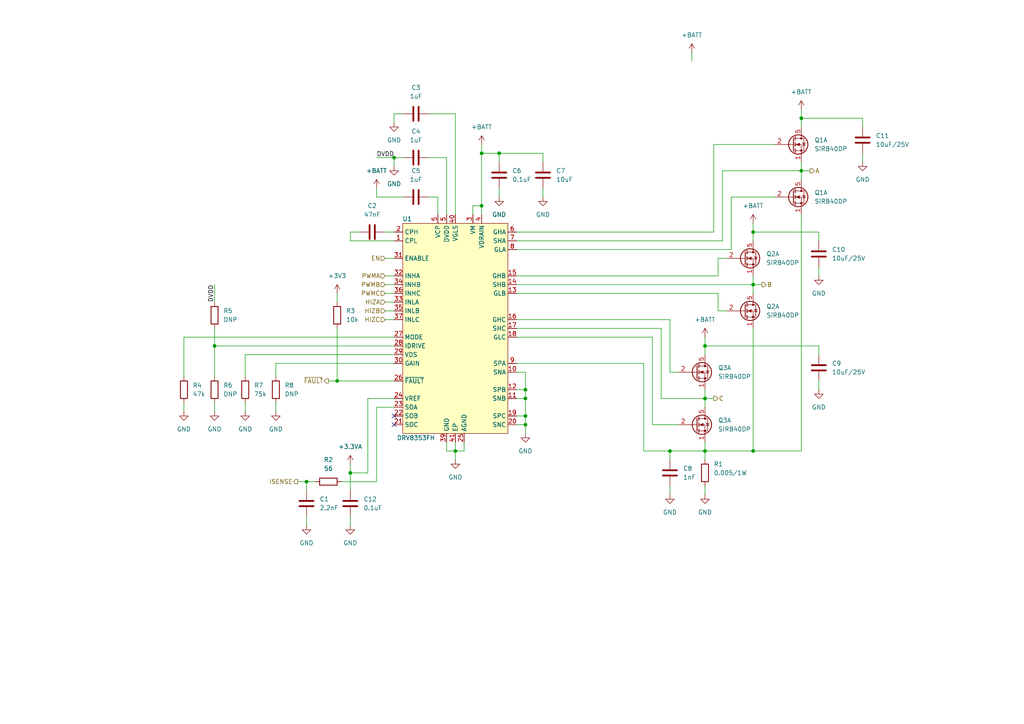
<source format=kicad_sch>
(kicad_sch (version 20210621) (generator eeschema)
  (paper "A4")
  (lib_symbols
    (symbol "Device:C" (pin_numbers hide) (pin_names (offset 0.254))
      (property "Reference" "C" (at 0.635 2.54 0))
      (property "Value" "C" (at 0.635 -2.54 0))
      (symbol "C_0_1"
        (polyline (pts (xy -2.032 -0.762) (xy 2.032 -0.762)) (stroke (width 0.508)))
        (polyline (pts (xy -2.032 0.762) (xy 2.032 0.762)) (stroke (width 0.508)))
      )
      (symbol "C_1_1"
        (pin passive line (at 0 3.81 270) (length 2.794) (name "~") (number "1"))
        (pin passive line (at 0 -3.81 90) (length 2.794) (name "~") (number "2"))
      )
    )
    (symbol "Device:R" (pin_numbers hide) (pin_names (offset 0))
      (property "Reference" "R" (at 2.032 0 90))
      (property "Value" "R" (at 0 0 90))
      (symbol "R_0_1"
        (rectangle (start -1.016 -2.54) (end 1.016 2.54) (stroke (width 0.254)))
      )
      (symbol "R_1_1"
        (pin passive line (at 0 3.81 270) (length 1.27) (name "~") (number "1"))
        (pin passive line (at 0 -3.81 90) (length 1.27) (name "~") (number "2"))
      )
    )
    (symbol "multiesc_symbols:DRV8353FH"
      (property "Reference" "U" (at -13.97 31.75 0))
      (property "Value" "DRV8353FH" (at -11.43 -31.75 0))
      (symbol "DRV8353FH_0_1"
        (rectangle (start -15.24 30.48) (end 15.24 -30.48) (stroke (width 0.1524)) (fill (type background)))
      )
      (symbol "DRV8353FH_1_1"
        (pin passive line (at -17.78 25.4 0) (length 2.54) (name "CPL") (number "1"))
        (pin input line (at 17.78 -12.7 180) (length 2.54) (name "SNA") (number "10"))
        (pin input line (at 17.78 -20.32 180) (length 2.54) (name "SNB") (number "11"))
        (pin input line (at 17.78 -17.78 180) (length 2.54) (name "SPB") (number "12"))
        (pin output line (at 17.78 10.16 180) (length 2.54) (name "GLB") (number "13"))
        (pin input line (at 17.78 12.7 180) (length 2.54) (name "SHB") (number "14"))
        (pin output line (at 17.78 15.24 180) (length 2.54) (name "GHB") (number "15"))
        (pin output line (at 17.78 2.54 180) (length 2.54) (name "GHC") (number "16"))
        (pin input line (at 17.78 0 180) (length 2.54) (name "SHC") (number "17"))
        (pin output line (at 17.78 -2.54 180) (length 2.54) (name "GLC") (number "18"))
        (pin input line (at 17.78 -25.4 180) (length 2.54) (name "SPC") (number "19"))
        (pin passive line (at -17.78 27.94 0) (length 2.54) (name "CPH") (number "2"))
        (pin input line (at 17.78 -27.94 180) (length 2.54) (name "SNC") (number "20"))
        (pin output line (at -17.78 -27.94 0) (length 2.54) (name "SOC") (number "21"))
        (pin output line (at -17.78 -25.4 0) (length 2.54) (name "SOB") (number "22"))
        (pin output line (at -17.78 -22.86 0) (length 2.54) (name "SOA") (number "23"))
        (pin power_in line (at -17.78 -20.32 0) (length 2.54) (name "VREF") (number "24"))
        (pin power_in line (at 2.54 -33.02 90) (length 2.54) (name "AGND") (number "25"))
        (pin open_collector line (at -17.78 -15.24 0) (length 2.54) (name "~{FAULT}") (number "26"))
        (pin input line (at -17.78 -2.54 0) (length 2.54) (name "MODE") (number "27"))
        (pin input line (at -17.78 -5.08 0) (length 2.54) (name "IDRIVE") (number "28"))
        (pin input line (at -17.78 -7.62 0) (length 2.54) (name "VDS") (number "29"))
        (pin power_in line (at 5.08 33.02 270) (length 2.54) (name "VM") (number "3"))
        (pin input line (at -17.78 -10.16 0) (length 2.54) (name "GAIN") (number "30"))
        (pin input line (at -17.78 20.32 0) (length 2.54) (name "ENABLE") (number "31"))
        (pin input line (at -17.78 15.24 0) (length 2.54) (name "INHA") (number "32"))
        (pin input line (at -17.78 7.62 0) (length 2.54) (name "INLA") (number "33"))
        (pin input line (at -17.78 12.7 0) (length 2.54) (name "INHB") (number "34"))
        (pin input line (at -17.78 5.08 0) (length 2.54) (name "INLB") (number "35"))
        (pin input line (at -17.78 10.16 0) (length 2.54) (name "INHC") (number "36"))
        (pin input line (at -17.78 2.54 0) (length 2.54) (name "INLC") (number "37"))
        (pin power_in line (at -2.54 -33.02 90) (length 2.54) (name "GND") (number "39"))
        (pin input line (at 7.62 33.02 270) (length 2.54) (name "VDRAIN") (number "4"))
        (pin power_out line (at 0 33.02 270) (length 2.54) (name "VGLS") (number "40"))
        (pin power_in line (at 0 -33.02 90) (length 2.54) (name "EP") (number "41"))
        (pin power_out line (at -2.54 33.02 270) (length 2.54) (name "DVDD") (number "5"))
        (pin power_out line (at -5.08 33.02 270) (length 2.54) (name "VCP") (number "5"))
        (pin output line (at 17.78 27.94 180) (length 2.54) (name "GHA") (number "6"))
        (pin input line (at 17.78 25.4 180) (length 2.54) (name "SHA") (number "7"))
        (pin output line (at 17.78 22.86 180) (length 2.54) (name "GLA") (number "8"))
        (pin input line (at 17.78 -10.16 180) (length 2.54) (name "SPA") (number "9"))
      )
    )
    (symbol "multiesc_symbols:Q_Dual_NMOS_S1G1S2G2D2D1" (pin_names (offset 0) hide)
      (property "Reference" "Q" (at 6.35 1.27 0))
      (property "Value" "Q_Dual_NMOS_S1G1S2G2D2D1" (at 19.05 -1.27 0))
      (symbol "Q_Dual_NMOS_S1G1S2G2D2D1_0_1"
        (circle (center 1.651 0) (radius 2.794) (stroke (width 0.254)))
        (circle (center 2.54 -1.778) (radius 0.254) (fill (type outline)))
        (circle (center 2.54 1.778) (radius 0.254) (fill (type outline)))
        (polyline (pts (xy 0.254 0) (xy -2.54 0)))
        (polyline (pts (xy 0.254 1.905) (xy 0.254 -1.905)) (stroke (width 0.254)))
        (polyline (pts (xy 0.762 -1.27) (xy 0.762 -2.286)) (stroke (width 0.254)))
        (polyline (pts (xy 0.762 0.508) (xy 0.762 -0.508)) (stroke (width 0.254)))
        (polyline (pts (xy 0.762 2.286) (xy 0.762 1.27)) (stroke (width 0.254)))
        (polyline (pts (xy 2.54 2.54) (xy 2.54 1.778)))
        (polyline (pts (xy 2.54 -2.54) (xy 2.54 0) (xy 0.762 0)))
        (polyline (pts (xy 0.762 -1.778) (xy 3.302 -1.778) (xy 3.302 1.778) (xy 0.762 1.778)))
        (polyline (pts (xy 2.794 0.508) (xy 2.921 0.381) (xy 3.683 0.381) (xy 3.81 0.254)))
        (polyline (pts (xy 3.302 0.381) (xy 2.921 -0.254) (xy 3.683 -0.254) (xy 3.302 0.381)))
        (polyline (pts (xy 1.016 0) (xy 2.032 0.381) (xy 2.032 -0.381) (xy 1.016 0)) (fill (type outline)))
      )
      (symbol "Q_Dual_NMOS_S1G1S2G2D2D1_1_1"
        (pin passive line (at 2.54 -5.08 90) (length 2.54) (name "S") (number "1"))
        (pin input line (at -5.08 0 0) (length 2.54) (name "G") (number "2"))
        (pin passive line (at 2.54 5.08 270) (length 2.54) (name "D") (number "5"))
      )
      (symbol "Q_Dual_NMOS_S1G1S2G2D2D1_2_1"
        (pin passive line (at 2.54 -5.08 90) (length 2.54) (name "S") (number "3"))
        (pin input line (at -5.08 0 0) (length 2.54) (name "G") (number "4"))
        (pin passive line (at 2.54 5.08 270) (length 2.54) (name "D") (number "6"))
      )
    )
    (symbol "power:+3.3V" (power) (pin_names (offset 0))
      (property "Value" "+3.3V" (at 0 3.556 0))
      (symbol "+3.3V_0_1"
        (polyline (pts (xy -0.762 1.27) (xy 0 2.54)))
        (polyline (pts (xy 0 0) (xy 0 2.54)))
        (polyline (pts (xy 0 2.54) (xy 0.762 1.27)))
      )
      (symbol "+3.3V_1_1"
        (pin power_in line (at 0 0 90) (length 0) hide (name "+3V3") (number "1"))
      )
    )
    (symbol "power:+3.3VA" (power) (pin_names (offset 0))
      (property "Value" "+3.3VA" (at 0 3.556 0))
      (symbol "+3.3VA_0_1"
        (polyline (pts (xy -0.762 1.27) (xy 0 2.54)))
        (polyline (pts (xy 0 0) (xy 0 2.54)))
        (polyline (pts (xy 0 2.54) (xy 0.762 1.27)))
      )
      (symbol "+3.3VA_1_1"
        (pin power_in line (at 0 0 90) (length 0) hide (name "+3.3VA") (number "1"))
      )
    )
    (symbol "power:+BATT" (power) (pin_names (offset 0))
      (property "Value" "+BATT" (at 0 3.556 0))
      (symbol "+BATT_0_1"
        (polyline (pts (xy -0.762 1.27) (xy 0 2.54)))
        (polyline (pts (xy 0 0) (xy 0 2.54)))
        (polyline (pts (xy 0 2.54) (xy 0.762 1.27)))
      )
      (symbol "+BATT_1_1"
        (pin power_in line (at 0 0 90) (length 0) hide (name "+BATT") (number "1"))
      )
    )
    (symbol "power:GND" (power) (pin_names (offset 0))
      (property "Value" "GND" (at 0 -3.81 0))
      (symbol "GND_0_1"
        (polyline (pts (xy 0 0) (xy 0 -1.27) (xy 1.27 -1.27) (xy 0 -2.54) (xy -1.27 -1.27) (xy 0 -1.27)))
      )
      (symbol "GND_1_1"
        (pin power_in line (at 0 0 270) (length 0) hide (name "GND") (number "1"))
      )
    )
  )
  (junction (at 62.23 100.33) (diameter 0.9144))
  (junction (at 88.9 139.7) (diameter 0.9144))
  (junction (at 97.79 110.49) (diameter 0.9144))
  (junction (at 101.6 137.16) (diameter 0.9144))
  (junction (at 114.3 45.72) (diameter 0.9144))
  (junction (at 132.08 130.81) (diameter 0.9144))
  (junction (at 139.7 44.45) (diameter 0.9144))
  (junction (at 139.7 59.69) (diameter 0.9144))
  (junction (at 144.78 44.45) (diameter 0.9144))
  (junction (at 152.4 113.03) (diameter 0.9144))
  (junction (at 152.4 115.57) (diameter 0.9144))
  (junction (at 152.4 120.65) (diameter 0.9144))
  (junction (at 152.4 123.19) (diameter 0.9144))
  (junction (at 194.31 130.81) (diameter 0.9144))
  (junction (at 204.47 100.33) (diameter 0.9144))
  (junction (at 204.47 115.57) (diameter 0.9144))
  (junction (at 204.47 130.81) (diameter 0.9144))
  (junction (at 218.44 67.31) (diameter 0.9144))
  (junction (at 218.44 82.55) (diameter 0.9144))
  (junction (at 218.44 130.81) (diameter 0.9144))
  (junction (at 232.41 34.29) (diameter 0.9144))
  (junction (at 232.41 49.53) (diameter 0.9144))
  (no_connect (at 114.3 120.65))
  (no_connect (at 114.3 123.19))
  (wire (pts (xy 53.34 97.79) (xy 53.34 109.22)))
  (wire (pts (xy 53.34 116.84) (xy 53.34 119.38)))
  (wire (pts (xy 62.23 82.55) (xy 62.23 87.63)))
  (wire (pts (xy 62.23 95.25) (xy 62.23 100.33)))
  (wire (pts (xy 62.23 100.33) (xy 62.23 109.22)))
  (wire (pts (xy 62.23 116.84) (xy 62.23 119.38)))
  (wire (pts (xy 71.12 102.87) (xy 71.12 109.22)))
  (wire (pts (xy 71.12 116.84) (xy 71.12 119.38)))
  (wire (pts (xy 80.01 105.41) (xy 114.3 105.41)))
  (wire (pts (xy 80.01 109.22) (xy 80.01 105.41)))
  (wire (pts (xy 80.01 116.84) (xy 80.01 119.38)))
  (wire (pts (xy 86.36 139.7) (xy 88.9 139.7)))
  (wire (pts (xy 88.9 139.7) (xy 88.9 142.24)))
  (wire (pts (xy 88.9 149.86) (xy 88.9 152.4)))
  (wire (pts (xy 91.44 139.7) (xy 88.9 139.7)))
  (wire (pts (xy 95.25 110.49) (xy 97.79 110.49)))
  (wire (pts (xy 97.79 85.09) (xy 97.79 87.63)))
  (wire (pts (xy 97.79 110.49) (xy 97.79 95.25)))
  (wire (pts (xy 97.79 110.49) (xy 114.3 110.49)))
  (wire (pts (xy 101.6 67.31) (xy 104.14 67.31)))
  (wire (pts (xy 101.6 69.85) (xy 101.6 67.31)))
  (wire (pts (xy 101.6 134.62) (xy 101.6 137.16)))
  (wire (pts (xy 101.6 137.16) (xy 101.6 142.24)))
  (wire (pts (xy 101.6 149.86) (xy 101.6 152.4)))
  (wire (pts (xy 106.68 115.57) (xy 106.68 137.16)))
  (wire (pts (xy 106.68 137.16) (xy 101.6 137.16)))
  (wire (pts (xy 109.22 45.72) (xy 114.3 45.72)))
  (wire (pts (xy 109.22 57.15) (xy 109.22 54.61)))
  (wire (pts (xy 109.22 57.15) (xy 116.84 57.15)))
  (wire (pts (xy 109.22 118.11) (xy 109.22 139.7)))
  (wire (pts (xy 109.22 139.7) (xy 99.06 139.7)))
  (wire (pts (xy 111.76 67.31) (xy 114.3 67.31)))
  (wire (pts (xy 111.76 74.93) (xy 114.3 74.93)))
  (wire (pts (xy 111.76 80.01) (xy 114.3 80.01)))
  (wire (pts (xy 111.76 82.55) (xy 114.3 82.55)))
  (wire (pts (xy 111.76 85.09) (xy 114.3 85.09)))
  (wire (pts (xy 111.76 87.63) (xy 114.3 87.63)))
  (wire (pts (xy 111.76 90.17) (xy 114.3 90.17)))
  (wire (pts (xy 111.76 92.71) (xy 114.3 92.71)))
  (wire (pts (xy 114.3 33.02) (xy 114.3 35.56)))
  (wire (pts (xy 114.3 45.72) (xy 114.3 48.26)))
  (wire (pts (xy 114.3 69.85) (xy 101.6 69.85)))
  (wire (pts (xy 114.3 97.79) (xy 53.34 97.79)))
  (wire (pts (xy 114.3 100.33) (xy 62.23 100.33)))
  (wire (pts (xy 114.3 102.87) (xy 71.12 102.87)))
  (wire (pts (xy 114.3 115.57) (xy 106.68 115.57)))
  (wire (pts (xy 114.3 118.11) (xy 109.22 118.11)))
  (wire (pts (xy 116.84 33.02) (xy 114.3 33.02)))
  (wire (pts (xy 116.84 45.72) (xy 114.3 45.72)))
  (wire (pts (xy 124.46 33.02) (xy 132.08 33.02)))
  (wire (pts (xy 124.46 45.72) (xy 129.54 45.72)))
  (wire (pts (xy 124.46 57.15) (xy 127 57.15)))
  (wire (pts (xy 127 57.15) (xy 127 62.23)))
  (wire (pts (xy 129.54 45.72) (xy 129.54 62.23)))
  (wire (pts (xy 129.54 128.27) (xy 129.54 130.81)))
  (wire (pts (xy 129.54 130.81) (xy 132.08 130.81)))
  (wire (pts (xy 132.08 33.02) (xy 132.08 62.23)))
  (wire (pts (xy 132.08 128.27) (xy 132.08 130.81)))
  (wire (pts (xy 132.08 130.81) (xy 132.08 133.35)))
  (wire (pts (xy 132.08 130.81) (xy 134.62 130.81)))
  (wire (pts (xy 134.62 130.81) (xy 134.62 128.27)))
  (wire (pts (xy 137.16 59.69) (xy 139.7 59.69)))
  (wire (pts (xy 137.16 62.23) (xy 137.16 59.69)))
  (wire (pts (xy 139.7 44.45) (xy 139.7 41.91)))
  (wire (pts (xy 139.7 44.45) (xy 139.7 59.69)))
  (wire (pts (xy 139.7 59.69) (xy 139.7 62.23)))
  (wire (pts (xy 144.78 44.45) (xy 139.7 44.45)))
  (wire (pts (xy 144.78 44.45) (xy 144.78 46.99)))
  (wire (pts (xy 144.78 54.61) (xy 144.78 57.15)))
  (wire (pts (xy 149.86 82.55) (xy 218.44 82.55)))
  (wire (pts (xy 149.86 105.41) (xy 186.69 105.41)))
  (wire (pts (xy 149.86 113.03) (xy 152.4 113.03)))
  (wire (pts (xy 149.86 115.57) (xy 152.4 115.57)))
  (wire (pts (xy 149.86 120.65) (xy 152.4 120.65)))
  (wire (pts (xy 149.86 123.19) (xy 152.4 123.19)))
  (wire (pts (xy 152.4 107.95) (xy 149.86 107.95)))
  (wire (pts (xy 152.4 113.03) (xy 152.4 107.95)))
  (wire (pts (xy 152.4 115.57) (xy 152.4 113.03)))
  (wire (pts (xy 152.4 120.65) (xy 152.4 115.57)))
  (wire (pts (xy 152.4 123.19) (xy 152.4 120.65)))
  (wire (pts (xy 152.4 123.19) (xy 152.4 125.73)))
  (wire (pts (xy 157.48 44.45) (xy 144.78 44.45)))
  (wire (pts (xy 157.48 46.99) (xy 157.48 44.45)))
  (wire (pts (xy 157.48 54.61) (xy 157.48 57.15)))
  (wire (pts (xy 186.69 105.41) (xy 186.69 130.81)))
  (wire (pts (xy 186.69 130.81) (xy 194.31 130.81)))
  (wire (pts (xy 189.23 97.79) (xy 149.86 97.79)))
  (wire (pts (xy 189.23 123.19) (xy 189.23 97.79)))
  (wire (pts (xy 191.77 95.25) (xy 149.86 95.25)))
  (wire (pts (xy 191.77 115.57) (xy 191.77 95.25)))
  (wire (pts (xy 194.31 92.71) (xy 149.86 92.71)))
  (wire (pts (xy 194.31 107.95) (xy 194.31 92.71)))
  (wire (pts (xy 194.31 130.81) (xy 194.31 133.35)))
  (wire (pts (xy 194.31 130.81) (xy 204.47 130.81)))
  (wire (pts (xy 194.31 140.97) (xy 194.31 143.51)))
  (wire (pts (xy 196.85 107.95) (xy 194.31 107.95)))
  (wire (pts (xy 196.85 123.19) (xy 189.23 123.19)))
  (wire (pts (xy 200.66 15.24) (xy 200.66 17.78)))
  (wire (pts (xy 204.47 97.79) (xy 204.47 100.33)))
  (wire (pts (xy 204.47 100.33) (xy 204.47 102.87)))
  (wire (pts (xy 204.47 113.03) (xy 204.47 115.57)))
  (wire (pts (xy 204.47 115.57) (xy 191.77 115.57)))
  (wire (pts (xy 204.47 115.57) (xy 204.47 118.11)))
  (wire (pts (xy 204.47 115.57) (xy 207.01 115.57)))
  (wire (pts (xy 204.47 128.27) (xy 204.47 130.81)))
  (wire (pts (xy 204.47 130.81) (xy 204.47 133.35)))
  (wire (pts (xy 204.47 140.97) (xy 204.47 143.51)))
  (wire (pts (xy 207.01 41.91) (xy 207.01 67.31)))
  (wire (pts (xy 207.01 67.31) (xy 149.86 67.31)))
  (wire (pts (xy 208.28 74.93) (xy 208.28 80.01)))
  (wire (pts (xy 208.28 80.01) (xy 149.86 80.01)))
  (wire (pts (xy 208.28 85.09) (xy 149.86 85.09)))
  (wire (pts (xy 208.28 90.17) (xy 208.28 85.09)))
  (wire (pts (xy 209.55 49.53) (xy 209.55 69.85)))
  (wire (pts (xy 209.55 69.85) (xy 149.86 69.85)))
  (wire (pts (xy 210.82 74.93) (xy 208.28 74.93)))
  (wire (pts (xy 210.82 90.17) (xy 208.28 90.17)))
  (wire (pts (xy 212.09 57.15) (xy 212.09 72.39)))
  (wire (pts (xy 212.09 72.39) (xy 149.86 72.39)))
  (wire (pts (xy 218.44 64.77) (xy 218.44 67.31)))
  (wire (pts (xy 218.44 67.31) (xy 218.44 69.85)))
  (wire (pts (xy 218.44 80.01) (xy 218.44 82.55)))
  (wire (pts (xy 218.44 82.55) (xy 218.44 85.09)))
  (wire (pts (xy 218.44 82.55) (xy 220.98 82.55)))
  (wire (pts (xy 218.44 95.25) (xy 218.44 130.81)))
  (wire (pts (xy 218.44 130.81) (xy 204.47 130.81)))
  (wire (pts (xy 224.79 41.91) (xy 207.01 41.91)))
  (wire (pts (xy 224.79 57.15) (xy 212.09 57.15)))
  (wire (pts (xy 232.41 31.75) (xy 232.41 34.29)))
  (wire (pts (xy 232.41 34.29) (xy 232.41 36.83)))
  (wire (pts (xy 232.41 46.99) (xy 232.41 49.53)))
  (wire (pts (xy 232.41 49.53) (xy 209.55 49.53)))
  (wire (pts (xy 232.41 49.53) (xy 232.41 52.07)))
  (wire (pts (xy 232.41 49.53) (xy 234.95 49.53)))
  (wire (pts (xy 232.41 62.23) (xy 232.41 130.81)))
  (wire (pts (xy 232.41 130.81) (xy 218.44 130.81)))
  (wire (pts (xy 237.49 67.31) (xy 218.44 67.31)))
  (wire (pts (xy 237.49 69.85) (xy 237.49 67.31)))
  (wire (pts (xy 237.49 77.47) (xy 237.49 80.01)))
  (wire (pts (xy 237.49 100.33) (xy 204.47 100.33)))
  (wire (pts (xy 237.49 102.87) (xy 237.49 100.33)))
  (wire (pts (xy 237.49 110.49) (xy 237.49 113.03)))
  (wire (pts (xy 250.19 34.29) (xy 232.41 34.29)))
  (wire (pts (xy 250.19 36.83) (xy 250.19 34.29)))
  (wire (pts (xy 250.19 44.45) (xy 250.19 46.99)))
  (label "DVDD" (at 62.23 82.55 270))
  (label "DVDD" (at 109.22 45.72 0))
  (hierarchical_label "ISENSE" (shape output) (at 86.36 139.7 180))
  (hierarchical_label "~{FAULT}" (shape output) (at 95.25 110.49 180))
  (hierarchical_label "EN" (shape input) (at 111.76 74.93 180))
  (hierarchical_label "PWMA" (shape input) (at 111.76 80.01 180))
  (hierarchical_label "PWMB" (shape input) (at 111.76 82.55 180))
  (hierarchical_label "PWMC" (shape input) (at 111.76 85.09 180))
  (hierarchical_label "HIZA" (shape input) (at 111.76 87.63 180))
  (hierarchical_label "HIZB" (shape input) (at 111.76 90.17 180))
  (hierarchical_label "HIZC" (shape input) (at 111.76 92.71 180))
  (hierarchical_label "C" (shape output) (at 207.01 115.57 0))
  (hierarchical_label "B" (shape output) (at 220.98 82.55 0))
  (hierarchical_label "A" (shape output) (at 234.95 49.53 0))
  (symbol (lib_id "power:+3.3V") (at 97.79 85.09 0) (unit 1)
    (property "Reference" "#PWR0217" (effects hide))
    (property "Value" "+3.3V" (at 97.79 80.01 0))
  )
  (symbol (lib_id "power:+3.3VA") (at 101.6 134.62 0) (unit 1)
    (property "Reference" "#PWR0205" (effects hide))
    (property "Value" "+3.3VA" (at 101.6 129.54 0))
  )
  (symbol (lib_id "power:+BATT") (at 109.22 54.61 0)
    (property "Reference" "#PWR0102" (effects hide))
    (property "Value" "+BATT" (at 109.22 49.53 0))
  )
  (symbol (lib_id "power:+BATT") (at 139.7 41.91 0)
    (property "Reference" "#PWR0105" (effects hide))
    (property "Value" "+BATT" (at 139.7 36.83 0))
  )
  (symbol (lib_id "power:+BATT") (at 200.66 15.24 0)
    (property "Reference" "#PWR0114" (effects hide))
    (property "Value" "+BATT" (at 200.66 10.16 0))
  )
  (symbol (lib_id "power:+BATT") (at 204.47 97.79 0)
    (property "Reference" "#PWR0108" (effects hide))
    (property "Value" "+BATT" (at 204.47 92.71 0))
  )
  (symbol (lib_id "power:+BATT") (at 218.44 64.77 0)
    (property "Reference" "#PWR0110" (effects hide))
    (property "Value" "+BATT" (at 218.44 59.69 0))
  )
  (symbol (lib_id "power:+BATT") (at 232.41 31.75 0)
    (property "Reference" "#PWR0109" (effects hide))
    (property "Value" "+BATT" (at 232.41 26.67 0))
  )
  (symbol (lib_id "power:GND") (at 53.34 119.38 0)
    (property "Reference" "#PWR04" (effects hide))
    (property "Value" "GND" (at 53.34 124.46 0))
  )
  (symbol (lib_id "power:GND") (at 62.23 119.38 0)
    (property "Reference" "#PWR05" (effects hide))
    (property "Value" "GND" (at 62.23 124.46 0))
  )
  (symbol (lib_id "power:GND") (at 71.12 119.38 0)
    (property "Reference" "#PWR06" (effects hide))
    (property "Value" "GND" (at 71.12 124.46 0))
  )
  (symbol (lib_id "power:GND") (at 80.01 119.38 0)
    (property "Reference" "#PWR07" (effects hide))
    (property "Value" "GND" (at 80.01 124.46 0))
  )
  (symbol (lib_id "power:GND") (at 88.9 152.4 0)
    (property "Reference" "#PWR01" (effects hide))
    (property "Value" "GND" (at 88.9 157.48 0))
  )
  (symbol (lib_id "power:GND") (at 101.6 152.4 0)
    (property "Reference" "#PWR03" (effects hide))
    (property "Value" "GND" (at 101.6 157.48 0))
  )
  (symbol (lib_id "power:GND") (at 114.3 35.56 0)
    (property "Reference" "#PWR0101" (effects hide))
    (property "Value" "GND" (at 114.3 40.64 0))
  )
  (symbol (lib_id "power:GND") (at 114.3 48.26 0)
    (property "Reference" "#PWR0103" (effects hide))
    (property "Value" "GND" (at 114.3 53.34 0))
  )
  (symbol (lib_id "power:GND") (at 132.08 133.35 0)
    (property "Reference" "#PWR0116" (effects hide))
    (property "Value" "GND" (at 132.08 138.43 0))
  )
  (symbol (lib_id "power:GND") (at 144.78 57.15 0)
    (property "Reference" "#PWR0104" (effects hide))
    (property "Value" "GND" (at 144.78 62.23 0))
  )
  (symbol (lib_id "power:GND") (at 152.4 125.73 0)
    (property "Reference" "#PWR0117" (effects hide))
    (property "Value" "GND" (at 152.4 130.81 0))
  )
  (symbol (lib_id "power:GND") (at 157.48 57.15 0)
    (property "Reference" "#PWR0106" (effects hide))
    (property "Value" "GND" (at 157.48 62.23 0))
  )
  (symbol (lib_id "power:GND") (at 194.31 143.51 0)
    (property "Reference" "#PWR0111" (effects hide))
    (property "Value" "GND" (at 194.31 148.59 0))
  )
  (symbol (lib_id "power:GND") (at 204.47 143.51 0)
    (property "Reference" "#PWR0107" (effects hide))
    (property "Value" "GND" (at 204.47 148.59 0))
  )
  (symbol (lib_id "power:GND") (at 237.49 80.01 0)
    (property "Reference" "#PWR0113" (effects hide))
    (property "Value" "GND" (at 237.49 85.09 0))
  )
  (symbol (lib_id "power:GND") (at 237.49 113.03 0)
    (property "Reference" "#PWR0112" (effects hide))
    (property "Value" "GND" (at 237.49 118.11 0))
  )
  (symbol (lib_id "power:GND") (at 250.19 46.99 0)
    (property "Reference" "#PWR0115" (effects hide))
    (property "Value" "GND" (at 250.19 52.07 0))
  )
  (symbol (lib_id "Device:R") (at 53.34 113.03 180)
    (property "Reference" "R4" (at 55.88 111.7599 0) (effects (justify right)))
    (property "Value" "47k" (at 55.88 114.2999 0) (effects (justify right)))
    (property "Footprint" "Resistor_SMD:R_0402_1005Metric" (effects hide))
  )
  (symbol (lib_id "Device:R") (at 62.23 91.44 180)
    (property "Reference" "R5" (at 64.77 90.1699 0) (effects (justify right)))
    (property "Value" "DNP" (at 64.77 92.7099 0) (effects (justify right)))
    (property "Footprint" "Resistor_SMD:R_0402_1005Metric" (effects hide))
  )
  (symbol (lib_id "Device:R") (at 62.23 113.03 180)
    (property "Reference" "R6" (at 64.77 111.7599 0) (effects (justify right)))
    (property "Value" "DNP" (at 64.77 114.2999 0) (effects (justify right)))
    (property "Footprint" "Resistor_SMD:R_0402_1005Metric" (effects hide))
  )
  (symbol (lib_id "Device:R") (at 71.12 113.03 180)
    (property "Reference" "R7" (at 73.66 111.7599 0) (effects (justify right)))
    (property "Value" "75k" (at 73.66 114.2999 0) (effects (justify right)))
    (property "Footprint" "Resistor_SMD:R_0402_1005Metric" (effects hide))
  )
  (symbol (lib_id "Device:R") (at 80.01 113.03 180)
    (property "Reference" "R8" (at 82.55 111.7599 0) (effects (justify right)))
    (property "Value" "DNP" (at 82.55 114.2999 0) (effects (justify right)))
    (property "Footprint" "Resistor_SMD:R_0402_1005Metric" (effects hide))
  )
  (symbol (lib_id "Device:R") (at 95.25 139.7 90)
    (property "Reference" "R2" (at 95.25 133.35 90))
    (property "Value" "56" (at 95.25 135.89 90))
    (property "Footprint" "Resistor_SMD:R_0402_1005Metric" (effects hide))
  )
  (symbol (lib_id "Device:R") (at 97.79 91.44 180)
    (property "Reference" "R3" (at 100.33 90.1699 0) (effects (justify right)))
    (property "Value" "10k" (at 100.33 92.7099 0) (effects (justify right)))
    (property "Footprint" "Resistor_SMD:R_0402_1005Metric" (effects hide))
  )
  (symbol (lib_id "Device:R") (at 204.47 137.16 0)
    (property "Reference" "R1" (at 207.01 134.6199 0) (effects (justify left)))
    (property "Value" "0.005{slash}1W" (at 207.01 137.1599 0) (effects (justify left)))
    (property "Footprint" "Resistor_SMD:R_0612_1632Metric" (effects hide))
  )
  (symbol (lib_id "Device:C") (at 88.9 146.05 180)
    (property "Reference" "C1" (at 92.71 144.7799 0) (effects (justify right)))
    (property "Value" "2.2nF" (at 92.71 147.3199 0) (effects (justify right)))
    (property "Footprint" "Capacitor_SMD:C_0402_1005Metric" (effects hide))
  )
  (symbol (lib_id "Device:C") (at 101.6 146.05 180)
    (property "Reference" "C12" (at 105.41 144.7799 0) (effects (justify right)))
    (property "Value" "0.1uF" (at 105.41 147.3199 0) (effects (justify right)))
    (property "Footprint" "Capacitor_SMD:C_0402_1005Metric" (effects hide))
    (property "Digikey" "1276-6720-1-ND" (effects hide))
  )
  (symbol (lib_id "Device:C") (at 107.95 67.31 90)
    (property "Reference" "C2" (at 107.95 59.69 90))
    (property "Value" "47nF" (at 107.95 62.23 90))
    (property "Footprint" "Capacitor_SMD:C_0402_1005Metric" (effects hide))
    (property "Digikey" "587-1225-1-ND" (effects hide))
  )
  (symbol (lib_id "Device:C") (at 120.65 33.02 270)
    (property "Reference" "C3" (at 120.65 25.4 90))
    (property "Value" "1uF" (at 120.65 27.94 90))
    (property "Footprint" "Capacitor_SMD:C_0603_1608Metric" (effects hide))
    (property "Digikey" "1276-1184-1-ND" (effects hide))
  )
  (symbol (lib_id "Device:C") (at 120.65 45.72 270)
    (property "Reference" "C4" (at 120.65 38.1 90))
    (property "Value" "1uF" (at 120.65 40.64 90))
    (property "Footprint" "Capacitor_SMD:C_0603_1608Metric" (effects hide))
    (property "Digikey" "1276-1184-1-ND" (effects hide))
  )
  (symbol (lib_id "Device:C") (at 120.65 57.15 270)
    (property "Reference" "C5" (at 120.65 49.53 90))
    (property "Value" "1uF" (at 120.65 52.07 90))
    (property "Footprint" "Capacitor_SMD:C_0603_1608Metric" (effects hide))
    (property "Digikey" "1276-1184-1-ND" (effects hide))
  )
  (symbol (lib_id "Device:C") (at 144.78 50.8 180)
    (property "Reference" "C6" (at 148.59 49.5299 0) (effects (justify right)))
    (property "Value" "0.1uF" (at 148.59 52.0699 0) (effects (justify right)))
    (property "Footprint" "Capacitor_SMD:C_0402_1005Metric" (effects hide))
    (property "Digikey" "1276-6720-1-ND" (effects hide))
  )
  (symbol (lib_id "Device:C") (at 157.48 50.8 180)
    (property "Reference" "C7" (at 161.29 49.5299 0) (effects (justify right)))
    (property "Value" "10uF" (at 161.29 52.0699 0) (effects (justify right)))
    (property "Footprint" "Capacitor_SMD:C_0805_2012Metric" (effects hide))
  )
  (symbol (lib_id "Device:C") (at 194.31 137.16 180)
    (property "Reference" "C8" (at 198.12 135.8899 0) (effects (justify right)))
    (property "Value" "1nF" (at 198.12 138.4299 0) (effects (justify right)))
    (property "Footprint" "Resistor_SMD:R_0402_1005Metric" (effects hide))
    (property "Digikey" "732-7556-1-ND" (effects hide))
  )
  (symbol (lib_id "Device:C") (at 237.49 73.66 0)
    (property "Reference" "C10" (at 241.3 72.3899 0) (effects (justify left)))
    (property "Value" "10uF{slash}25V" (at 241.3 74.9299 0) (effects (justify left)))
    (property "Footprint" "Capacitor_SMD:C_0805_2012Metric" (effects hide))
  )
  (symbol (lib_id "Device:C") (at 237.49 106.68 0)
    (property "Reference" "C9" (at 241.3 105.4099 0) (effects (justify left)))
    (property "Value" "10uF{slash}25V" (at 241.3 107.9499 0) (effects (justify left)))
    (property "Footprint" "Capacitor_SMD:C_0805_2012Metric" (effects hide))
  )
  (symbol (lib_id "Device:C") (at 250.19 40.64 0)
    (property "Reference" "C11" (at 254 39.3699 0) (effects (justify left)))
    (property "Value" "10uF{slash}25V" (at 254 41.9099 0) (effects (justify left)))
    (property "Footprint" "Capacitor_SMD:C_0805_2012Metric" (effects hide))
  )
  (symbol (lib_id "multiesc_symbols:Q_Dual_NMOS_S1G1S2G2D2D1") (at 201.93 107.95 0)
    (property "Reference" "Q3" (at 208.28 106.6799 0) (effects (justify left)))
    (property "Value" "SiRB40DP" (at 208.28 109.2199 0) (effects (justify left)))
    (property "Footprint" "Package_SO:PowerPAK_SO-8_Dual" (effects hide))
  )
  (symbol (lib_id "multiesc_symbols:Q_Dual_NMOS_S1G1S2G2D2D1") (at 201.93 123.19 0)
    (property "Reference" "Q3" (at 208.28 121.9199 0) (effects (justify left)))
    (property "Value" "SiRB40DP" (at 208.28 124.4599 0) (effects (justify left)))
    (property "Footprint" "Package_SO:PowerPAK_SO-8_Dual" (effects hide))
  )
  (symbol (lib_id "multiesc_symbols:Q_Dual_NMOS_S1G1S2G2D2D1") (at 215.9 74.93 0)
    (property "Reference" "Q2" (at 222.25 73.6599 0) (effects (justify left)))
    (property "Value" "SiRB40DP" (at 222.25 76.1999 0) (effects (justify left)))
    (property "Footprint" "Package_SO:PowerPAK_SO-8_Dual" (effects hide))
  )
  (symbol (lib_id "multiesc_symbols:Q_Dual_NMOS_S1G1S2G2D2D1") (at 215.9 90.17 0)
    (property "Reference" "Q2" (at 222.25 88.8999 0) (effects (justify left)))
    (property "Value" "SiRB40DP" (at 222.25 91.4399 0) (effects (justify left)))
    (property "Footprint" "Package_SO:PowerPAK_SO-8_Dual" (effects hide))
  )
  (symbol (lib_id "multiesc_symbols:Q_Dual_NMOS_S1G1S2G2D2D1") (at 229.87 41.91 0)
    (property "Reference" "Q1" (at 236.22 40.6399 0) (effects (justify left)))
    (property "Value" "SiRB40DP" (at 236.22 43.1799 0) (effects (justify left)))
    (property "Footprint" "Package_SO:PowerPAK_SO-8_Dual" (effects hide))
  )
  (symbol (lib_id "multiesc_symbols:Q_Dual_NMOS_S1G1S2G2D2D1") (at 229.87 57.15 0)
    (property "Reference" "Q1" (at 236.22 55.8799 0) (effects (justify left)))
    (property "Value" "SiRB40DP" (at 236.22 58.4199 0) (effects (justify left)))
    (property "Footprint" "Package_SO:PowerPAK_SO-8_Dual" (effects hide))
  )
  (symbol (lib_id "multiesc_symbols:DRV8353FH") (at 132.08 95.25 0)
    (property "Reference" "U1" (at 118.11 63.5 0))
    (property "Value" "DRV8353FH" (at 120.65 127 0))
    (property "Footprint" "Package_DFN_QFN:Texas_S-PVQFN-N40_EP4.15x4.15mm" (effects hide))
    (property "Datasheet" "https://www.ti.com/lit/ds/symlink/drv8353f.pdf" (effects hide))
  )
)
</source>
